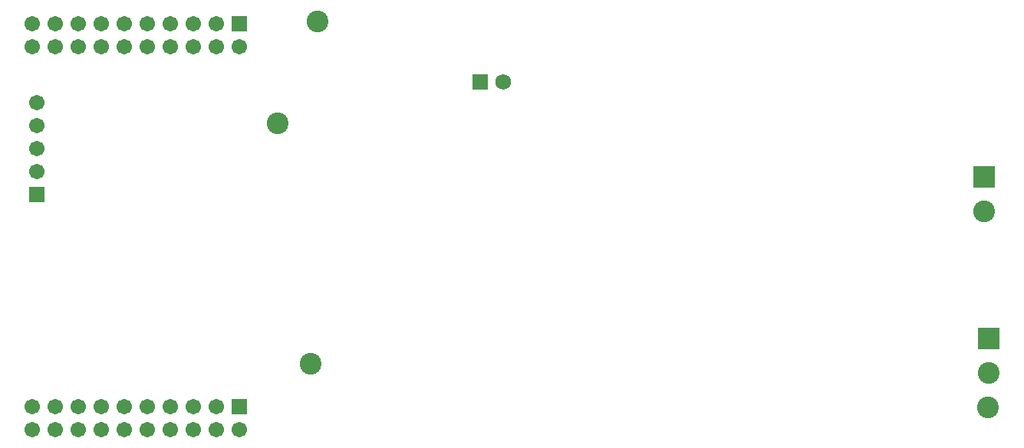
<source format=gbs>
G04*
G04 #@! TF.GenerationSoftware,Altium Limited,Altium Designer,19.0.15 (446)*
G04*
G04 Layer_Color=16711935*
%FSLAX24Y24*%
%MOIN*%
G70*
G01*
G75*
%ADD59C,0.0671*%
%ADD60R,0.0671X0.0671*%
%ADD61R,0.0680X0.0680*%
%ADD62C,0.0680*%
%ADD63R,0.0671X0.0671*%
%ADD64C,0.0946*%
%ADD65R,0.0946X0.0946*%
D59*
X3580Y2972D02*
D03*
X2580D02*
D03*
X4580D02*
D03*
X5580D02*
D03*
X2580Y1972D02*
D03*
X6593Y1976D02*
D03*
X5580Y1972D02*
D03*
X4580D02*
D03*
X3580D02*
D03*
X6580Y2972D02*
D03*
X8580Y1972D02*
D03*
X9580D02*
D03*
X10580D02*
D03*
X11593Y1976D02*
D03*
X7580Y1972D02*
D03*
X10580Y2972D02*
D03*
X9580D02*
D03*
X7580D02*
D03*
X8580D02*
D03*
Y19650D02*
D03*
X7580D02*
D03*
X9580D02*
D03*
X10580D02*
D03*
X7580Y18650D02*
D03*
X11593Y18654D02*
D03*
X10580Y18650D02*
D03*
X9580D02*
D03*
X8580D02*
D03*
X6580Y19650D02*
D03*
X3580Y18650D02*
D03*
X4580D02*
D03*
X5580D02*
D03*
X6593Y18654D02*
D03*
X2580Y18650D02*
D03*
X5580Y19650D02*
D03*
X4580D02*
D03*
X2580D02*
D03*
X3580D02*
D03*
X2800Y16200D02*
D03*
Y13200D02*
D03*
Y14200D02*
D03*
Y15200D02*
D03*
D60*
X11580Y2972D02*
D03*
Y19650D02*
D03*
D61*
X22050Y17118D02*
D03*
D62*
X23050D02*
D03*
D63*
X2800Y12200D02*
D03*
D64*
X13249Y15300D02*
D03*
X14990Y19743D02*
D03*
X14690Y4850D02*
D03*
X43950Y11475D02*
D03*
X44130Y2950D02*
D03*
X44150Y4450D02*
D03*
D65*
X43950Y12975D02*
D03*
X44150Y5950D02*
D03*
M02*

</source>
